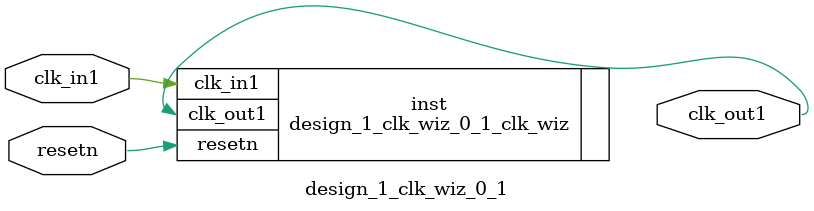
<source format=v>


`timescale 1ps/1ps

(* CORE_GENERATION_INFO = "design_1_clk_wiz_0_1,clk_wiz_v6_0_16_0_0,{component_name=design_1_clk_wiz_0_1,use_phase_alignment=true,use_min_o_jitter=true,use_max_i_jitter=false,use_dyn_phase_shift=false,use_inclk_switchover=false,use_dyn_reconfig=false,enable_axi=0,feedback_source=FDBK_AUTO,PRIMITIVE=MMCM,num_out_clk=1,clkin1_period=10.000,clkin2_period=10.000,use_power_down=false,use_reset=true,use_locked=false,use_inclk_stopped=false,feedback_type=SINGLE,CLOCK_MGR_TYPE=NA,manual_override=false}" *)

module design_1_clk_wiz_0_1 
 (
  // Clock out ports
  output        clk_out1,
  // Status and control signals
  input         resetn,
 // Clock in ports
  input         clk_in1
 );

  design_1_clk_wiz_0_1_clk_wiz inst
  (
  // Clock out ports  
  .clk_out1(clk_out1),
  // Status and control signals               
  .resetn(resetn), 
 // Clock in ports
  .clk_in1(clk_in1)
  );

endmodule

</source>
